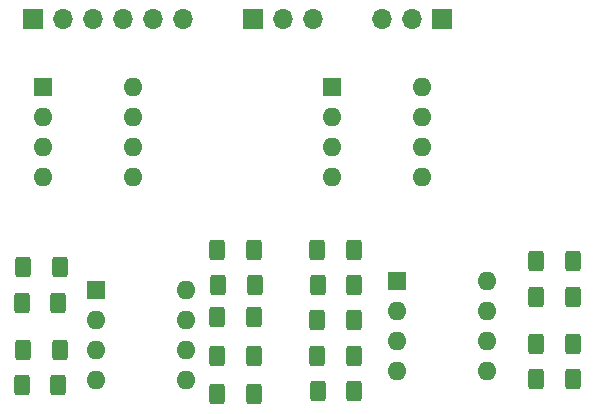
<source format=gbr>
%TF.GenerationSoftware,KiCad,Pcbnew,8.0.6*%
%TF.CreationDate,2024-11-22T18:40:36+01:00*%
%TF.ProjectId,+-10v dac,2b2d3130-7620-4646-9163-2e6b69636164,rev?*%
%TF.SameCoordinates,Original*%
%TF.FileFunction,Soldermask,Top*%
%TF.FilePolarity,Negative*%
%FSLAX46Y46*%
G04 Gerber Fmt 4.6, Leading zero omitted, Abs format (unit mm)*
G04 Created by KiCad (PCBNEW 8.0.6) date 2024-11-22 18:40:36*
%MOMM*%
%LPD*%
G01*
G04 APERTURE LIST*
G04 Aperture macros list*
%AMRoundRect*
0 Rectangle with rounded corners*
0 $1 Rounding radius*
0 $2 $3 $4 $5 $6 $7 $8 $9 X,Y pos of 4 corners*
0 Add a 4 corners polygon primitive as box body*
4,1,4,$2,$3,$4,$5,$6,$7,$8,$9,$2,$3,0*
0 Add four circle primitives for the rounded corners*
1,1,$1+$1,$2,$3*
1,1,$1+$1,$4,$5*
1,1,$1+$1,$6,$7*
1,1,$1+$1,$8,$9*
0 Add four rect primitives between the rounded corners*
20,1,$1+$1,$2,$3,$4,$5,0*
20,1,$1+$1,$4,$5,$6,$7,0*
20,1,$1+$1,$6,$7,$8,$9,0*
20,1,$1+$1,$8,$9,$2,$3,0*%
G04 Aperture macros list end*
%ADD10R,1.600000X1.600000*%
%ADD11O,1.600000X1.600000*%
%ADD12RoundRect,0.250000X-0.400000X-0.625000X0.400000X-0.625000X0.400000X0.625000X-0.400000X0.625000X0*%
%ADD13R,1.700000X1.700000*%
%ADD14O,1.700000X1.700000*%
G04 APERTURE END LIST*
D10*
%TO.C,U4*%
X136700000Y-94200000D03*
D11*
X136700000Y-96740000D03*
X136700000Y-99280000D03*
X136700000Y-101820000D03*
X144320000Y-101820000D03*
X144320000Y-99280000D03*
X144320000Y-96740000D03*
X144320000Y-94200000D03*
%TD*%
D10*
%TO.C,U3*%
X131200000Y-77700000D03*
D11*
X131200000Y-80240000D03*
X131200000Y-82780000D03*
X131200000Y-85320000D03*
X138820000Y-85320000D03*
X138820000Y-82780000D03*
X138820000Y-80240000D03*
X138820000Y-77700000D03*
%TD*%
D10*
%TO.C,U2*%
X111200000Y-94960000D03*
D11*
X111200000Y-97500000D03*
X111200000Y-100040000D03*
X111200000Y-102580000D03*
X118820000Y-102580000D03*
X118820000Y-100040000D03*
X118820000Y-97500000D03*
X118820000Y-94960000D03*
%TD*%
D10*
%TO.C,U1*%
X106700000Y-77700000D03*
D11*
X106700000Y-80240000D03*
X106700000Y-82780000D03*
X106700000Y-85320000D03*
X114320000Y-85320000D03*
X114320000Y-82780000D03*
X114320000Y-80240000D03*
X114320000Y-77700000D03*
%TD*%
D12*
%TO.C,R18*%
X129900000Y-100500000D03*
X133000000Y-100500000D03*
%TD*%
%TO.C,R17*%
X129900000Y-97500000D03*
X133000000Y-97500000D03*
%TD*%
%TO.C,R16*%
X129950000Y-94500000D03*
X133050000Y-94500000D03*
%TD*%
%TO.C,R15*%
X129900000Y-91500000D03*
X133000000Y-91500000D03*
%TD*%
%TO.C,R14*%
X148450000Y-102500000D03*
X151550000Y-102500000D03*
%TD*%
%TO.C,R13*%
X148450000Y-99500000D03*
X151550000Y-99500000D03*
%TD*%
%TO.C,R12*%
X129950000Y-103500000D03*
X133050000Y-103500000D03*
%TD*%
%TO.C,R11*%
X148450000Y-95500000D03*
X151550000Y-95500000D03*
%TD*%
%TO.C,R10*%
X148450000Y-92500000D03*
X151550000Y-92500000D03*
%TD*%
%TO.C,R9*%
X121450000Y-91500000D03*
X124550000Y-91500000D03*
%TD*%
%TO.C,R8*%
X121500000Y-94500000D03*
X124600000Y-94500000D03*
%TD*%
%TO.C,R7*%
X121450000Y-100500000D03*
X124550000Y-100500000D03*
%TD*%
%TO.C,R6*%
X121450000Y-97210000D03*
X124550000Y-97210000D03*
%TD*%
%TO.C,R5*%
X121450000Y-103710000D03*
X124550000Y-103710000D03*
%TD*%
%TO.C,R4*%
X105000000Y-93000000D03*
X108100000Y-93000000D03*
%TD*%
%TO.C,R3*%
X104900000Y-103000000D03*
X108000000Y-103000000D03*
%TD*%
%TO.C,R2*%
X104900000Y-96000000D03*
X108000000Y-96000000D03*
%TD*%
%TO.C,R1*%
X105000000Y-100000000D03*
X108100000Y-100000000D03*
%TD*%
D13*
%TO.C,J3*%
X140500000Y-72000000D03*
D14*
X137960000Y-72000000D03*
X135420000Y-72000000D03*
%TD*%
D13*
%TO.C,J2*%
X105840000Y-72000000D03*
D14*
X108380000Y-72000000D03*
X110920000Y-72000000D03*
X113460000Y-72000000D03*
X116000000Y-72000000D03*
X118540000Y-72000000D03*
%TD*%
D13*
%TO.C,J1*%
X124460000Y-72000000D03*
D14*
X127000000Y-72000000D03*
X129540000Y-72000000D03*
%TD*%
M02*

</source>
